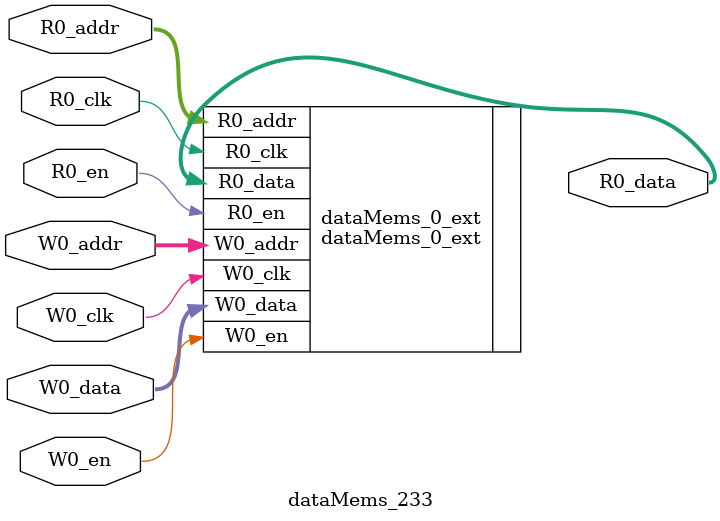
<source format=sv>
`ifndef RANDOMIZE
  `ifdef RANDOMIZE_REG_INIT
    `define RANDOMIZE
  `endif // RANDOMIZE_REG_INIT
`endif // not def RANDOMIZE
`ifndef RANDOMIZE
  `ifdef RANDOMIZE_MEM_INIT
    `define RANDOMIZE
  `endif // RANDOMIZE_MEM_INIT
`endif // not def RANDOMIZE

`ifndef RANDOM
  `define RANDOM $random
`endif // not def RANDOM

// Users can define 'PRINTF_COND' to add an extra gate to prints.
`ifndef PRINTF_COND_
  `ifdef PRINTF_COND
    `define PRINTF_COND_ (`PRINTF_COND)
  `else  // PRINTF_COND
    `define PRINTF_COND_ 1
  `endif // PRINTF_COND
`endif // not def PRINTF_COND_

// Users can define 'ASSERT_VERBOSE_COND' to add an extra gate to assert error printing.
`ifndef ASSERT_VERBOSE_COND_
  `ifdef ASSERT_VERBOSE_COND
    `define ASSERT_VERBOSE_COND_ (`ASSERT_VERBOSE_COND)
  `else  // ASSERT_VERBOSE_COND
    `define ASSERT_VERBOSE_COND_ 1
  `endif // ASSERT_VERBOSE_COND
`endif // not def ASSERT_VERBOSE_COND_

// Users can define 'STOP_COND' to add an extra gate to stop conditions.
`ifndef STOP_COND_
  `ifdef STOP_COND
    `define STOP_COND_ (`STOP_COND)
  `else  // STOP_COND
    `define STOP_COND_ 1
  `endif // STOP_COND
`endif // not def STOP_COND_

// Users can define INIT_RANDOM as general code that gets injected into the
// initializer block for modules with registers.
`ifndef INIT_RANDOM
  `define INIT_RANDOM
`endif // not def INIT_RANDOM

// If using random initialization, you can also define RANDOMIZE_DELAY to
// customize the delay used, otherwise 0.002 is used.
`ifndef RANDOMIZE_DELAY
  `define RANDOMIZE_DELAY 0.002
`endif // not def RANDOMIZE_DELAY

// Define INIT_RANDOM_PROLOG_ for use in our modules below.
`ifndef INIT_RANDOM_PROLOG_
  `ifdef RANDOMIZE
    `ifdef VERILATOR
      `define INIT_RANDOM_PROLOG_ `INIT_RANDOM
    `else  // VERILATOR
      `define INIT_RANDOM_PROLOG_ `INIT_RANDOM #`RANDOMIZE_DELAY begin end
    `endif // VERILATOR
  `else  // RANDOMIZE
    `define INIT_RANDOM_PROLOG_
  `endif // RANDOMIZE
`endif // not def INIT_RANDOM_PROLOG_

// Include register initializers in init blocks unless synthesis is set
`ifndef SYNTHESIS
  `ifndef ENABLE_INITIAL_REG_
    `define ENABLE_INITIAL_REG_
  `endif // not def ENABLE_INITIAL_REG_
`endif // not def SYNTHESIS

// Include rmemory initializers in init blocks unless synthesis is set
`ifndef SYNTHESIS
  `ifndef ENABLE_INITIAL_MEM_
    `define ENABLE_INITIAL_MEM_
  `endif // not def ENABLE_INITIAL_MEM_
`endif // not def SYNTHESIS

module dataMems_233(	// @[generators/ara/src/main/scala/UnsafeAXI4ToTL.scala:365:62]
  input  [4:0]   R0_addr,
  input          R0_en,
  input          R0_clk,
  output [130:0] R0_data,
  input  [4:0]   W0_addr,
  input          W0_en,
  input          W0_clk,
  input  [130:0] W0_data
);

  dataMems_0_ext dataMems_0_ext (	// @[generators/ara/src/main/scala/UnsafeAXI4ToTL.scala:365:62]
    .R0_addr (R0_addr),
    .R0_en   (R0_en),
    .R0_clk  (R0_clk),
    .R0_data (R0_data),
    .W0_addr (W0_addr),
    .W0_en   (W0_en),
    .W0_clk  (W0_clk),
    .W0_data (W0_data)
  );
endmodule


</source>
